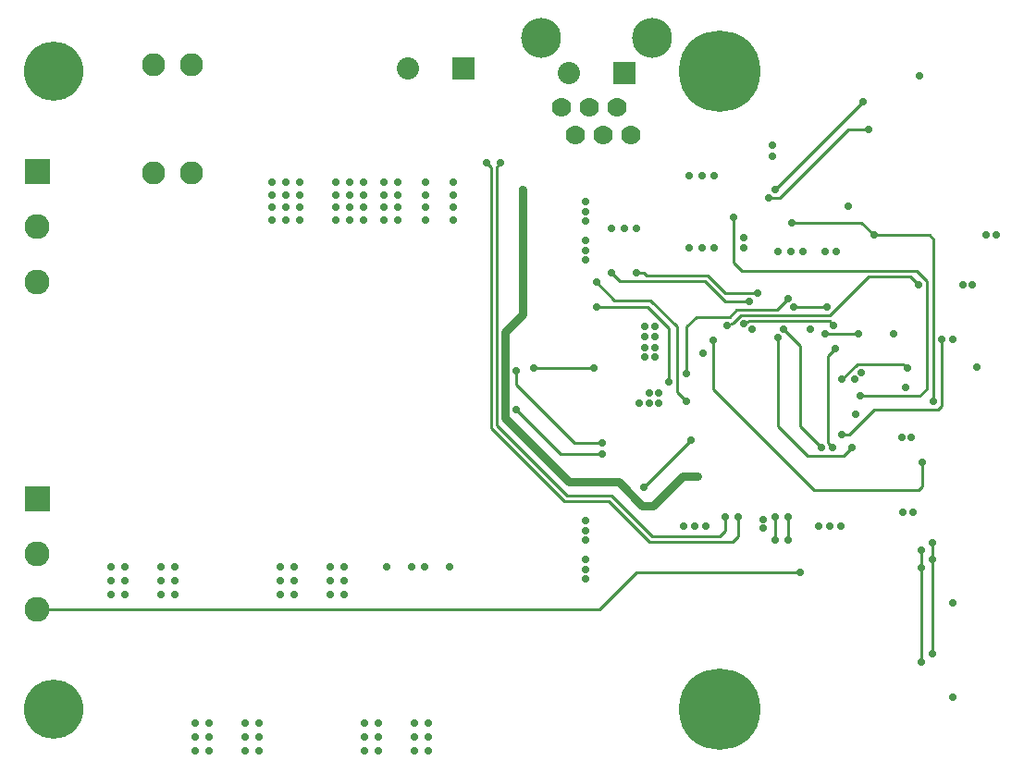
<source format=gbr>
G04 start of page 5 for group 3 idx 1 *
G04 Title: (unknown), solder *
G04 Creator: pcb 20140316 *
G04 CreationDate: Thu 02 Jul 2020 08:39:24 PM GMT UTC *
G04 For: railfan *
G04 Format: Gerber/RS-274X *
G04 PCB-Dimensions (mil): 4000.00 2950.00 *
G04 PCB-Coordinate-Origin: lower left *
%MOIN*%
%FSLAX25Y25*%
%LNBOTTOM*%
%ADD99C,0.1280*%
%ADD98C,0.0480*%
%ADD97C,0.1285*%
%ADD96C,0.0550*%
%ADD95C,0.0630*%
%ADD94C,0.0120*%
%ADD93C,0.0280*%
%ADD92C,0.0700*%
%ADD91C,0.0800*%
%ADD90C,0.1440*%
%ADD89C,0.2937*%
%ADD88C,0.2137*%
%ADD87C,0.0900*%
%ADD86C,0.0001*%
%ADD85C,0.0830*%
%ADD84C,0.0300*%
%ADD83C,0.0100*%
G54D83*X311000Y208000D02*X336000D01*
X290000Y193500D02*Y210000D01*
X336000Y208000D02*X340500Y203500D01*
X360500D01*
X362000Y202000D01*
X338500Y188500D02*X353500D01*
X356000Y190500D02*X293000D01*
X290000Y193500D01*
X305000Y220000D02*X336500Y251500D01*
X331200Y241700D02*X338500D01*
X302500Y217000D02*X306500D01*
X331200Y241700D01*
X269500Y147000D02*X273000Y143500D01*
X306000Y166500D02*Y134500D01*
X319000Y111500D02*X282500Y148000D01*
X314000Y163500D02*Y134500D01*
X309500Y102000D02*Y93500D01*
X324000Y128500D02*Y160000D01*
X314000Y82000D02*X255000D01*
X285000Y95000D02*X287000Y97000D01*
X259500Y93000D02*X289500D01*
X291500Y95000D01*
X287000Y97000D02*Y102000D01*
X291500Y95000D02*Y102000D01*
X305000Y93500D02*Y102000D01*
X335500Y145500D02*X357000D01*
X340500Y140500D02*X363500D01*
X365000Y142000D01*
X357000Y145500D02*X359500Y148000D01*
X314000Y134500D02*X321500Y127000D01*
X306000Y134500D02*X316500Y124000D01*
X329500D01*
X324000Y128500D02*X325500Y127000D01*
X331600Y131600D02*X340500Y140500D01*
X329500Y124000D02*X332500Y127000D01*
X329000Y131600D02*X331600D01*
X319000Y111500D02*X356500D01*
X358000Y113000D02*Y121500D01*
X356500Y111500D02*X358000Y113000D01*
X357500Y90000D02*Y49500D01*
X361500Y92500D02*Y52500D01*
X353500Y188500D02*X356500Y185500D01*
X359500Y148000D02*Y187000D01*
X356000Y190500D01*
X362000Y143500D02*Y202000D01*
X365000Y142000D02*Y166000D01*
X338500Y188500D02*X324500Y174500D01*
X323000Y168000D02*X335000D01*
X329000Y151500D02*X334500Y157000D01*
X351000D01*
X352500Y155500D01*
X323500Y177500D02*X311500D01*
X308000Y169500D02*X314000Y163500D01*
X324000Y160000D02*X326500Y162500D01*
X324500Y172500D02*X326000Y171000D01*
X292500Y174500D02*X324500D01*
X295500Y172500D02*X293500Y171500D01*
X291000Y176500D02*X305500D01*
X309500Y180500D01*
X295500Y172500D02*X324500D01*
X287000Y182500D02*X298500D01*
X287000Y179500D02*X295500D01*
X218000Y155500D02*X239500D01*
X240500Y186500D02*X247000Y180000D01*
X211500Y140500D02*X227500Y124500D01*
X242500D01*
Y128500D02*X232500D01*
X211500Y149500D01*
Y154500D01*
G54D84*X230500Y114500D02*X207500Y137500D01*
G54D83*X230000Y109500D02*X204500Y135000D01*
X229000Y107500D02*X202500Y134000D01*
G54D84*X207500Y137500D02*Y168500D01*
G54D83*X202500Y134000D02*Y228000D01*
X201000Y229500D01*
X204500Y135000D02*Y228000D01*
X206000Y229500D01*
G54D84*X207500Y168500D02*X214000Y175000D01*
Y220000D01*
X230500Y114500D02*X248500D01*
G54D83*X246000Y109500D02*X230000D01*
X245000Y107500D02*X229000D01*
X240500Y177500D02*X259000D01*
X266500Y170000D01*
X247000Y180000D02*X260000D01*
X269500Y170500D01*
X266500Y170000D02*Y150453D01*
X269500Y170500D02*Y147000D01*
X273000Y153500D02*Y170500D01*
X282500Y148000D02*Y165500D01*
X246000Y190000D02*X249000Y187000D01*
X258500Y189000D02*X257500Y190000D01*
X255000D01*
X249000Y187000D02*X279500D01*
X287000Y179500D01*
Y182500D02*X280500Y189000D01*
X258500D01*
X288500Y174000D02*X276500D01*
X273000Y170500D01*
X290000Y172000D02*X292500Y174500D01*
X288500Y174000D02*X291000Y176500D01*
X290000Y172000D02*X287500Y171000D01*
G54D84*X271500Y116500D02*X261000Y106000D01*
X271500Y116500D02*X277000D01*
G54D83*X274500Y129500D02*X257500Y112500D01*
G54D84*X248500Y114500D02*X257000Y106000D01*
X261000D01*
G54D83*X246000Y109500D02*X260500Y95000D01*
X285000D01*
X245000Y107500D02*X259500Y93000D01*
X39000Y68500D02*X241500D01*
X255000Y82000D01*
G54D85*X94400Y265000D03*
X81000D03*
X94400Y226000D03*
X81000D03*
G54D86*G36*
X34500Y231000D02*Y222000D01*
X43500D01*
Y231000D01*
X34500D01*
G37*
G54D87*X39000Y206500D03*
G54D88*X45000Y262500D03*
G54D86*G36*
X34500Y113000D02*Y104000D01*
X43500D01*
Y113000D01*
X34500D01*
G37*
G54D87*X39000Y186500D03*
Y88500D03*
Y68500D03*
G54D88*X45000Y32500D03*
G54D89*X285000D03*
Y262500D03*
G54D86*G36*
X246500Y266000D02*Y258000D01*
X254500D01*
Y266000D01*
X246500D01*
G37*
G54D90*X260500Y274500D03*
G54D91*X230500Y262000D03*
G54D90*X220500Y274500D03*
G54D86*G36*
X188500Y267500D02*Y259500D01*
X196500D01*
Y267500D01*
X188500D01*
G37*
G54D91*X172500Y263500D03*
G54D92*X253000Y239500D03*
X248000Y249500D03*
X238000D03*
X228000D03*
X243000Y239500D03*
X233000D03*
G54D93*X381000Y203500D03*
X384500D03*
X340500D03*
X311000Y208000D03*
X278500Y199000D03*
X306000Y197500D03*
X309500Y180500D03*
X298500Y182500D03*
X295500Y179500D03*
X293500Y199000D03*
Y202500D03*
X302500Y217000D03*
X305000Y220000D03*
X310500Y197500D03*
X315000D03*
X323000D03*
X327000D03*
X331043Y214000D03*
X282500Y165500D03*
X326500Y162500D03*
X296400Y169500D03*
X287500Y171000D03*
X317500Y169500D03*
X323000Y168000D03*
X326000Y171000D03*
X335000Y168000D03*
X347500D03*
X329000Y151500D03*
X352500Y155500D03*
X352000Y148500D03*
X377500Y156000D03*
X362000Y143500D03*
X365000Y166000D03*
X369000D03*
X187500Y84000D03*
X178500D03*
X174000D03*
X165000D03*
X149500Y73900D03*
Y78900D03*
X144500D03*
X126500D03*
X131500D03*
X126500Y83900D03*
X131500D03*
Y73900D03*
X149500Y83900D03*
X144500D03*
X88500D03*
X83500D03*
X65500D03*
X70500D03*
X144500Y73900D03*
X88500D03*
X83500D03*
X65500D03*
X70500D03*
X126500D03*
X88500Y78900D03*
X83500D03*
X65500D03*
X70500D03*
X180000Y27600D03*
Y22600D03*
Y17600D03*
X175000Y27600D03*
Y22600D03*
Y17600D03*
X119000Y27600D03*
X157000D03*
X162000D03*
X119000Y22600D03*
X157000D03*
X162000D03*
X119000Y17600D03*
X114000D03*
X96000D03*
X101000D03*
X157000D03*
X162000D03*
X114000Y27600D03*
X96000D03*
X101000D03*
X114000Y22600D03*
X96000D03*
X101000D03*
X236500Y100500D03*
Y97000D03*
Y93500D03*
Y86500D03*
X242500Y124500D03*
Y128500D03*
X236500Y83000D03*
Y79500D03*
X328500Y98500D03*
X324500D03*
X320500D03*
X309500Y102000D03*
X300500Y98000D03*
Y101000D03*
X305000Y93500D03*
X309500D03*
X305000Y102000D03*
X314000Y82000D03*
X334000Y139000D03*
X354000Y130500D03*
X350500D03*
X358000Y121500D03*
X335500Y145500D03*
X333500Y151500D03*
X336000Y154000D03*
X356500Y185500D03*
X372500D03*
X376000D03*
X321500Y127000D03*
X325500D03*
X329000Y131600D03*
X332500Y127000D03*
X323500Y177500D03*
X258000Y167000D03*
Y159500D03*
X279000Y161000D03*
X266500Y150453D03*
X273000Y143500D03*
Y153500D03*
X293500Y171500D03*
X308000Y169500D03*
X306000Y166500D03*
X311500Y177500D03*
X274000Y199000D03*
X283000D03*
X274000Y225000D03*
X283000D03*
X290000Y210000D03*
X304000Y236000D03*
Y232000D03*
X287000Y102000D03*
X272000Y98500D03*
X276000D03*
X280000D03*
X291500Y102000D03*
X277000Y116500D03*
X273500D03*
X257500Y112500D03*
X274500Y129500D03*
X357500Y49500D03*
X361500Y52500D03*
X351000Y103500D03*
X369000Y71000D03*
Y37000D03*
X354500Y103500D03*
X357500Y83500D03*
X361500Y86500D03*
X357500Y90000D03*
X361500Y92500D03*
X357000Y261000D03*
X338500Y241700D03*
X336500Y251500D03*
X206000Y229500D03*
X201000D03*
X214000Y216500D03*
Y220000D03*
X189000Y213500D03*
X179000D03*
X169000D03*
X164000D03*
X156500D03*
X189000Y218000D03*
Y222500D03*
X179000D03*
X169000D03*
X164000D03*
X156500D03*
X179000Y218000D03*
X169000D03*
X164000D03*
X156500D03*
X236500Y194500D03*
X218000Y155500D03*
X211500Y140500D03*
Y154500D03*
X236500Y198000D03*
X239500Y155500D03*
X236500Y201500D03*
Y208500D03*
Y212000D03*
Y215500D03*
X240500Y177500D03*
X246000Y190000D03*
X255000D03*
X240500Y186500D03*
X255000Y206000D03*
X246000D03*
X278500Y225000D03*
X258000Y170500D03*
X261500D03*
X258000Y163000D03*
X261500D03*
Y167000D03*
Y159500D03*
X256000Y143000D03*
X259500D03*
X263000D03*
Y146500D03*
X259500D03*
X189000Y209000D03*
X179000D03*
X250500Y206000D03*
X123500Y209000D03*
Y213500D03*
X128500Y209000D03*
Y213500D03*
X133500Y209000D03*
Y213500D03*
X123500Y222500D03*
Y218000D03*
X128500Y222500D03*
Y218000D03*
X133500Y222500D03*
Y218000D03*
X169000Y209000D03*
X164000D03*
X156500D03*
X151500D03*
X146500D03*
X151500Y213500D03*
X146500D03*
X151500Y218000D03*
X146500D03*
X151500Y222500D03*
X146500D03*
G54D94*G54D95*G54D96*G54D97*G54D96*G54D97*G54D98*G54D99*G54D98*G54D99*G54D98*G54D84*M02*

</source>
